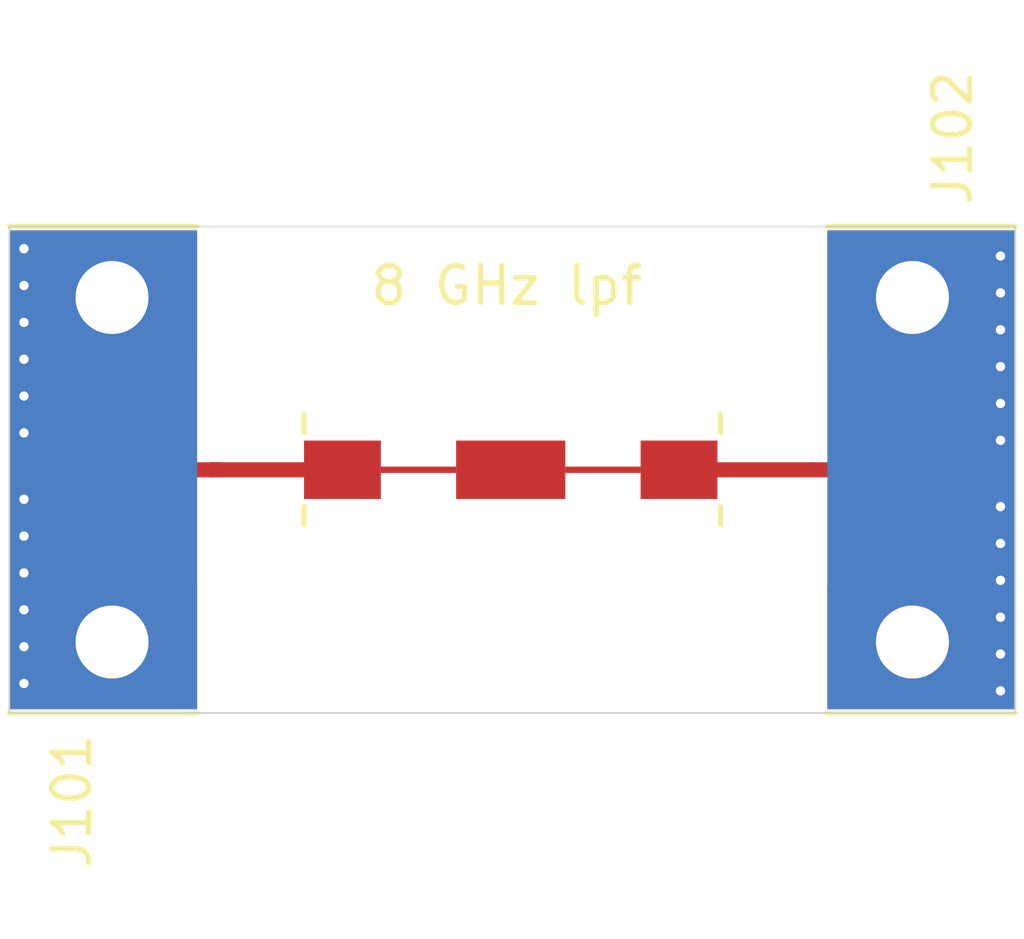
<source format=kicad_pcb>
(kicad_pcb (version 20171130) (host pcbnew "(5.1.4-74-gcf968cb6b)")

  (general
    (thickness 1.6)
    (drawings 5)
    (tracks 5)
    (zones 0)
    (modules 3)
    (nets 4)
  )

  (page A4)
  (layers
    (0 F.Cu signal)
    (1 In1.Cu signal)
    (2 In2.Cu signal)
    (31 B.Cu signal)
    (32 B.Adhes user)
    (33 F.Adhes user)
    (34 B.Paste user)
    (35 F.Paste user)
    (36 B.SilkS user)
    (37 F.SilkS user)
    (38 B.Mask user)
    (39 F.Mask user)
    (40 Dwgs.User user)
    (41 Cmts.User user)
    (42 Eco1.User user)
    (43 Eco2.User user)
    (44 Edge.Cuts user)
    (45 Margin user)
    (46 B.CrtYd user)
    (47 F.CrtYd user)
    (48 B.Fab user)
    (49 F.Fab user)
  )

  (setup
    (last_trace_width 0.41)
    (user_trace_width 0.41)
    (trace_clearance 0.2)
    (zone_clearance 0.2)
    (zone_45_only no)
    (trace_min 0.2)
    (via_size 0.8)
    (via_drill 0.4)
    (via_min_size 0.4)
    (via_min_drill 0.3)
    (uvia_size 0.3)
    (uvia_drill 0.1)
    (uvias_allowed no)
    (uvia_min_size 0.2)
    (uvia_min_drill 0.1)
    (edge_width 0.05)
    (segment_width 0.2)
    (pcb_text_width 0.3)
    (pcb_text_size 1.5 1.5)
    (mod_edge_width 0.12)
    (mod_text_size 1 1)
    (mod_text_width 0.15)
    (pad_size 1.524 1.524)
    (pad_drill 0.762)
    (pad_to_mask_clearance 0.02)
    (solder_mask_min_width 0.15)
    (aux_axis_origin 0 0)
    (visible_elements FFFFFF7F)
    (pcbplotparams
      (layerselection 0x010fc_ffffffff)
      (usegerberextensions false)
      (usegerberattributes false)
      (usegerberadvancedattributes false)
      (creategerberjobfile false)
      (excludeedgelayer true)
      (linewidth 0.100000)
      (plotframeref false)
      (viasonmask false)
      (mode 1)
      (useauxorigin false)
      (hpglpennumber 1)
      (hpglpenspeed 20)
      (hpglpendiameter 15.000000)
      (psnegative false)
      (psa4output false)
      (plotreference true)
      (plotvalue true)
      (plotinvisibletext false)
      (padsonsilk false)
      (subtractmaskfromsilk false)
      (outputformat 1)
      (mirror false)
      (drillshape 1)
      (scaleselection 1)
      (outputdirectory ""))
  )

  (net 0 "")
  (net 1 "Net-(FL101-Pad1)")
  (net 2 "Net-(FL101-Pad2)")
  (net 3 GND)

  (net_class Default "This is the default net class."
    (clearance 0.2)
    (trace_width 0.25)
    (via_dia 0.8)
    (via_drill 0.4)
    (uvia_dia 0.3)
    (uvia_drill 0.1)
    (add_net GND)
    (add_net "Net-(FL101-Pad1)")
    (add_net "Net-(FL101-Pad2)")
  )

  (module vna_mm:sw_edge_oshpark_4layer (layer F.Cu) (tedit 5D8802F6) (tstamp 5D8815F2)
    (at 154.5 83 90)
    (path /5D880968)
    (fp_text reference J101 (at -9 1.7 90) (layer F.SilkS)
      (effects (font (size 1 1) (thickness 0.15)))
    )
    (fp_text value Conn_Coaxial (at -11.9 7.3) (layer F.Fab)
      (effects (font (size 1 1) (thickness 0.15)))
    )
    (fp_line (start 1 8) (end 1.5 8) (layer F.SilkS) (width 0.15))
    (fp_line (start -1 8) (end -1.5 8) (layer F.SilkS) (width 0.15))
    (fp_poly (pts (xy -6.6 0) (xy -0.5 0) (xy -0.5 5.1) (xy -6.6 5.1)) (layer F.Mask) (width 0.1))
    (fp_poly (pts (xy 0.5 0) (xy 6.6 0) (xy 6.6 5.1) (xy 0.5 5.1)) (layer F.Mask) (width 0.1))
    (fp_poly (pts (xy -0.6 1.9) (xy 0.6 1.9) (xy 0.6 5.1) (xy -0.6 5.1)) (layer F.Mask) (width 0.1))
    (fp_poly (pts (xy -0.5 0) (xy 0.5 0) (xy 0.5 1.3) (xy -0.5 1.3)) (layer F.Mask) (width 0.1))
    (fp_line (start 6.6 0) (end 6.6 5.1) (layer F.SilkS) (width 0.15))
    (fp_line (start -6.6 0) (end -6.6 5) (layer F.SilkS) (width 0.15))
    (fp_line (start -6.6 5) (end -6.6 5.1) (layer F.SilkS) (width 0.15))
    (pad 2 smd rect (at 0 2.55 270) (size 13 5.1) (layers B.Cu B.Mask)
      (net 3 GND))
    (pad 2 smd rect (at 4.775 2.85 270) (size 3.25 4.5) (layers F.Cu F.Mask)
      (net 3 GND))
    (pad 2 smd rect (at -4.775 2.85 270) (size 3.25 4.5) (layers F.Cu F.Mask)
      (net 3 GND))
    (pad 2 thru_hole circle (at -4.675 2.79 90) (size 3 3) (drill 1.98) (layers *.Cu *.Mask)
      (net 3 GND))
    (pad 2 thru_hole circle (at 4.675 2.79 90) (size 3 3) (drill 1.98) (layers *.Cu *.Mask)
      (net 3 GND))
    (pad 1 smd rect (at 0 3.04 90) (size 0.41 4.08) (layers F.Cu)
      (net 1 "Net-(FL101-Pad1)"))
    (pad 1 smd trapezoid (at 0 0.55 90) (size 0.3 0.95) (rect_delta 0 0.11 ) (layers F.Cu F.Mask)
      (net 1 "Net-(FL101-Pad1)"))
    (pad 2 smd rect (at 3.4 0.3 270) (size 6 0.6) (layers F.Cu F.Mask)
      (net 3 GND))
    (pad 2 smd trapezoid (at 3.4 0.7 90) (size 5.8 0.2) (rect_delta 0 -0.2 ) (layers F.Cu F.Mask)
      (net 3 GND))
    (pad 2 thru_hole circle (at 1 0.4 90) (size 0.5 0.5) (drill 0.254) (layers *.Cu *.Mask)
      (net 3 GND))
    (pad 2 thru_hole circle (at 2 0.4 90) (size 0.5 0.5) (drill 0.254) (layers *.Cu *.Mask)
      (net 3 GND))
    (pad 2 thru_hole circle (at 3 0.4 90) (size 0.5 0.5) (drill 0.254) (layers *.Cu *.Mask)
      (net 3 GND))
    (pad 2 thru_hole circle (at 4 0.4 90) (size 0.5 0.5) (drill 0.254) (layers *.Cu *.Mask)
      (net 3 GND))
    (pad 2 thru_hole circle (at 5 0.4 90) (size 0.5 0.5) (drill 0.254) (layers *.Cu *.Mask)
      (net 3 GND))
    (pad 2 thru_hole circle (at 6 0.4 90) (size 0.5 0.5) (drill 0.254) (layers *.Cu *.Mask)
      (net 3 GND))
    (pad 2 smd trapezoid (at -3.4 0.7 90) (size 5.8 0.2) (rect_delta 0 -0.2 ) (layers F.Cu F.Mask)
      (net 3 GND))
    (pad 2 smd rect (at -3.4 0.3 270) (size 6 0.6) (layers F.Cu F.Mask)
      (net 3 GND))
    (pad 2 thru_hole circle (at -2.8 0.4 90) (size 0.5 0.5) (drill 0.254) (layers *.Cu *.Mask)
      (net 3 GND))
    (pad 2 thru_hole circle (at -0.8 0.4 90) (size 0.5 0.5) (drill 0.254) (layers *.Cu *.Mask)
      (net 3 GND))
    (pad 2 thru_hole circle (at -1.8 0.4 90) (size 0.5 0.5) (drill 0.254) (layers *.Cu *.Mask)
      (net 3 GND))
    (pad 2 thru_hole circle (at -5.8 0.4 90) (size 0.5 0.5) (drill 0.254) (layers *.Cu *.Mask)
      (net 3 GND))
    (pad 2 thru_hole circle (at -3.8 0.4 90) (size 0.5 0.5) (drill 0.254) (layers *.Cu *.Mask)
      (net 3 GND))
    (pad 2 thru_hole circle (at -4.8 0.4 90) (size 0.5 0.5) (drill 0.254) (layers *.Cu *.Mask)
      (net 3 GND))
  )

  (module vna_mm:sw_edge_oshpark_4layer (layer F.Cu) (tedit 5D8802F6) (tstamp 5D88202F)
    (at 181.8 83 270)
    (path /5D88288F)
    (fp_text reference J102 (at -9 1.7 90) (layer F.SilkS)
      (effects (font (size 1 1) (thickness 0.15)))
    )
    (fp_text value Conn_Coaxial (at -11.9 7.3) (layer F.Fab)
      (effects (font (size 1 1) (thickness 0.15)))
    )
    (fp_line (start 1 8) (end 1.5 8) (layer F.SilkS) (width 0.15))
    (fp_line (start -1 8) (end -1.5 8) (layer F.SilkS) (width 0.15))
    (fp_poly (pts (xy -6.6 0) (xy -0.5 0) (xy -0.5 5.1) (xy -6.6 5.1)) (layer F.Mask) (width 0.1))
    (fp_poly (pts (xy 0.5 0) (xy 6.6 0) (xy 6.6 5.1) (xy 0.5 5.1)) (layer F.Mask) (width 0.1))
    (fp_poly (pts (xy -0.6 1.9) (xy 0.6 1.9) (xy 0.6 5.1) (xy -0.6 5.1)) (layer F.Mask) (width 0.1))
    (fp_poly (pts (xy -0.5 0) (xy 0.5 0) (xy 0.5 1.3) (xy -0.5 1.3)) (layer F.Mask) (width 0.1))
    (fp_line (start 6.6 0) (end 6.6 5.1) (layer F.SilkS) (width 0.15))
    (fp_line (start -6.6 0) (end -6.6 5) (layer F.SilkS) (width 0.15))
    (fp_line (start -6.6 5) (end -6.6 5.1) (layer F.SilkS) (width 0.15))
    (pad 2 smd rect (at 0 2.55 90) (size 13 5.1) (layers B.Cu B.Mask)
      (net 3 GND))
    (pad 2 smd rect (at 4.775 2.85 90) (size 3.25 4.5) (layers F.Cu F.Mask)
      (net 3 GND))
    (pad 2 smd rect (at -4.775 2.85 90) (size 3.25 4.5) (layers F.Cu F.Mask)
      (net 3 GND))
    (pad 2 thru_hole circle (at -4.675 2.79 270) (size 3 3) (drill 1.98) (layers *.Cu *.Mask)
      (net 3 GND))
    (pad 2 thru_hole circle (at 4.675 2.79 270) (size 3 3) (drill 1.98) (layers *.Cu *.Mask)
      (net 3 GND))
    (pad 1 smd rect (at 0 3.04 270) (size 0.41 4.08) (layers F.Cu)
      (net 2 "Net-(FL101-Pad2)"))
    (pad 1 smd trapezoid (at 0 0.55 270) (size 0.3 0.95) (rect_delta 0 0.11 ) (layers F.Cu F.Mask)
      (net 2 "Net-(FL101-Pad2)"))
    (pad 2 smd rect (at 3.4 0.3 90) (size 6 0.6) (layers F.Cu F.Mask)
      (net 3 GND))
    (pad 2 smd trapezoid (at 3.4 0.7 270) (size 5.8 0.2) (rect_delta 0 -0.2 ) (layers F.Cu F.Mask)
      (net 3 GND))
    (pad 2 thru_hole circle (at 1 0.4 270) (size 0.5 0.5) (drill 0.254) (layers *.Cu *.Mask)
      (net 3 GND))
    (pad 2 thru_hole circle (at 2 0.4 270) (size 0.5 0.5) (drill 0.254) (layers *.Cu *.Mask)
      (net 3 GND))
    (pad 2 thru_hole circle (at 3 0.4 270) (size 0.5 0.5) (drill 0.254) (layers *.Cu *.Mask)
      (net 3 GND))
    (pad 2 thru_hole circle (at 4 0.4 270) (size 0.5 0.5) (drill 0.254) (layers *.Cu *.Mask)
      (net 3 GND))
    (pad 2 thru_hole circle (at 5 0.4 270) (size 0.5 0.5) (drill 0.254) (layers *.Cu *.Mask)
      (net 3 GND))
    (pad 2 thru_hole circle (at 6 0.4 270) (size 0.5 0.5) (drill 0.254) (layers *.Cu *.Mask)
      (net 3 GND))
    (pad 2 smd trapezoid (at -3.4 0.7 270) (size 5.8 0.2) (rect_delta 0 -0.2 ) (layers F.Cu F.Mask)
      (net 3 GND))
    (pad 2 smd rect (at -3.4 0.3 90) (size 6 0.6) (layers F.Cu F.Mask)
      (net 3 GND))
    (pad 2 thru_hole circle (at -2.8 0.4 270) (size 0.5 0.5) (drill 0.254) (layers *.Cu *.Mask)
      (net 3 GND))
    (pad 2 thru_hole circle (at -0.8 0.4 270) (size 0.5 0.5) (drill 0.254) (layers *.Cu *.Mask)
      (net 3 GND))
    (pad 2 thru_hole circle (at -1.8 0.4 270) (size 0.5 0.5) (drill 0.254) (layers *.Cu *.Mask)
      (net 3 GND))
    (pad 2 thru_hole circle (at -5.8 0.4 270) (size 0.5 0.5) (drill 0.254) (layers *.Cu *.Mask)
      (net 3 GND))
    (pad 2 thru_hole circle (at -3.8 0.4 270) (size 0.5 0.5) (drill 0.254) (layers *.Cu *.Mask)
      (net 3 GND))
    (pad 2 thru_hole circle (at -4.8 0.4 270) (size 0.5 0.5) (drill 0.254) (layers *.Cu *.Mask)
      (net 3 GND))
  )

  (module vna_footprints:stepped_lpf_8ghz_fr408 (layer F.Cu) (tedit 0) (tstamp 5D881761)
    (at 162.5 83)
    (path /5D880716)
    (attr smd)
    (fp_text reference FL101 (at 0 -1.27) (layer F.SilkS) hide
      (effects (font (size 0.7 0.7) (thickness 0.127)))
    )
    (fp_text value low_pass_filter (at 0 1.27) (layer F.SilkS) hide
      (effects (font (size 0.7 0.7) (thickness 0.127)))
    )
    (fp_poly (pts (xy 0 0.79248) (xy 0 -0.79248) (xy 2.08534 -0.79248) (xy 2.08534 0.79248)
      (xy 0 0.79248)) (layer F.Cu) (width 0))
    (fp_poly (pts (xy 2.08534 0.086106) (xy 2.08534 -0.086106) (xy 4.1275 -0.086106) (xy 4.1275 0.086106)
      (xy 2.08534 0.086106)) (layer F.Cu) (width 0))
    (fp_poly (pts (xy 4.1275 0.79248) (xy 4.1275 -0.79248) (xy 7.09168 -0.79248) (xy 7.09168 0.79248)
      (xy 4.1275 0.79248)) (layer F.Cu) (width 0))
    (fp_poly (pts (xy 7.09168 0.086106) (xy 7.09168 -0.086106) (xy 9.13384 -0.086106) (xy 9.13384 0.086106)
      (xy 7.09168 0.086106)) (layer F.Cu) (width 0))
    (fp_poly (pts (xy 9.13384 0.79248) (xy 9.13384 -0.79248) (xy 11.21918 -0.79248) (xy 11.21918 0.79248)
      (xy 9.13384 0.79248)) (layer F.Cu) (width 0))
    (pad 1 smd rect (at 0.205 0) (size 0.41 0.41) (layers F.Cu)
      (net 1 "Net-(FL101-Pad1)"))
    (pad 2 smd rect (at 11.01418 0) (size 0.41 0.41) (layers F.Cu)
      (net 2 "Net-(FL101-Pad2)"))
  )

  (gr_text "8 GHz lpf" (at 168 78) (layer F.SilkS)
    (effects (font (size 1 1) (thickness 0.15)))
  )
  (gr_line (start 154.5 76.4) (end 181.8 76.4) (layer Edge.Cuts) (width 0.05) (tstamp 5D8820E0))
  (gr_line (start 181.8 89.6) (end 154.5 89.6) (layer Edge.Cuts) (width 0.05) (tstamp 5D8820DF))
  (gr_line (start 181.8 76.4) (end 181.8 89.6) (layer Edge.Cuts) (width 0.05) (tstamp 5D88180E))
  (gr_line (start 154.5 76.4) (end 154.5 89.6) (layer Edge.Cuts) (width 0.05))

  (segment (start 160 83) (end 162.7 83) (width 0.41) (layer F.Cu) (net 1))
  (segment (start 157.54 83) (end 160 83) (width 0.41) (layer F.Cu) (net 1) (status 10))
  (segment (start 160 83) (end 160.205 83) (width 0.41) (layer F.Cu) (net 1))
  (segment (start 176.31 83) (end 173.51418 83) (width 0.41) (layer F.Cu) (net 2))
  (segment (start 178.76 83) (end 176.31 83) (width 0.41) (layer F.Cu) (net 2))

  (zone (net 3) (net_name GND) (layer In1.Cu) (tstamp 0) (hatch edge 0.508)
    (connect_pads yes (clearance 0.2))
    (min_thickness 0.2)
    (fill yes (arc_segments 32) (thermal_gap 0.508) (thermal_bridge_width 0.508))
    (polygon
      (pts
        (xy 154.5 76.4) (xy 154.5 89.6) (xy 181.8 89.6) (xy 181.8 76.4)
      )
    )
    (filled_polygon
      (pts
        (xy 181.7 89.275) (xy 154.825 89.275) (xy 154.825 76.725) (xy 181.7 76.725)
      )
    )
  )
  (zone (net 0) (net_name "") (layer F.Mask) (tstamp 0) (hatch edge 0.508)
    (connect_pads yes (clearance 0.2))
    (min_thickness 0.2)
    (fill yes (arc_segments 32) (thermal_gap 0.508) (thermal_bridge_width 0.508))
    (polygon
      (pts
        (xy 159 79.5) (xy 159 86.5) (xy 177.8 86.5) (xy 177.8 79.5)
      )
    )
    (filled_polygon
      (pts
        (xy 177.7 86.4) (xy 159.1 86.4) (xy 159.1 79.6) (xy 177.7 79.6)
      )
    )
  )
)

</source>
